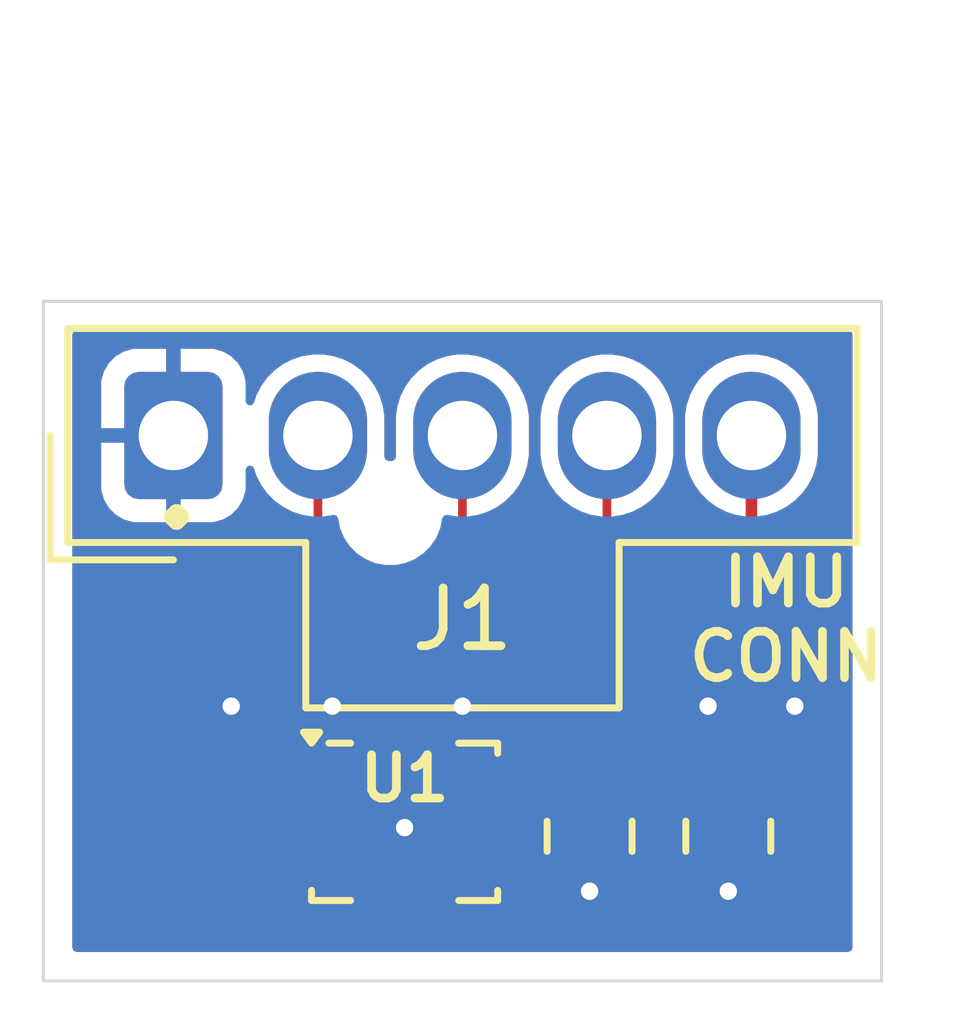
<source format=kicad_pcb>
(kicad_pcb (version 20240108) (generator "pcbnew") (generator_version "8.0")
  (layers (0 "F.Cu" signal) (31 "B.Cu" signal) (34 "B.Paste" user) (35 "F.Paste" user) (36 "B.SilkS" user "B.Silkscreen") (37 "F.SilkS" user "F.Silkscreen") (38 "B.Mask" user) (39 "F.Mask" user) (44 "Edge.Cuts" user))
  (net 0 "")
  (net 1 "/IMU_I2C_SCL")
  (net 2 "/IMU_I2C_SDA")
  (net 3 "GND")
  (net 4 "/IMU_INT")
  (net 8 "+3V3")
  (footprint "Connector_Molex:Molex_Nano-Fit_105309-xx05_1x05_P2.50mm_Vertical" (layer "F.Cu") (at 142 86.82 90)
    (property "Reference" "J1" (at -3.18 5 180) (layer "F.SilkS"))
    (property "Value" "Conn_01x05_Socket")
    (fp_line (start 0 -2.13) (end -2.15 -2.13) (stroke (width 0.12)) (layer "F.SilkS"))
    (fp_line (start -2.15 -2.13) (end -2.15 0) (stroke (width 0.12)) (layer "F.SilkS"))
    (fp_line (start 1.85 -1.83) (end -1.85 -1.83) (stroke (width 0.12)) (layer "F.SilkS"))
    (fp_line (start -1.85 -1.83) (end -1.85 2.29) (stroke (width 0.12)) (layer "F.SilkS"))
    (fp_line (start -1.85 2.29) (end -4.71 2.29) (stroke (width 0.12)) (layer "F.SilkS"))
    (fp_line (start -4.71 2.29) (end -4.71 5) (stroke (width 0.12)) (layer "F.SilkS"))
    (fp_line (start 1.85 5) (end 1.85 -1.83) (stroke (width 0.12)) (layer "F.SilkS"))
    (fp_line (start 1.85 5) (end 1.85 11.83) (stroke (width 0.12)) (layer "F.SilkS"))
    (fp_line (start -1.85 7.71) (end -4.71 7.71) (stroke (width 0.12)) (layer "F.SilkS"))
    (fp_line (start -4.71 7.71) (end -4.71 5) (stroke (width 0.12)) (layer "F.SilkS"))
    (fp_line (start 1.85 11.83) (end -1.85 11.83) (stroke (width 0.12)) (layer "F.SilkS"))
    (fp_line (start -1.85 11.83) (end -1.85 7.71) (stroke (width 0.12)) (layer "F.SilkS"))
    (pad "" np_thru_hole circle (at -1.34 3.75 90) (size 1.3 1.3) (drill 1.3) (layers "*.Cu" "*.Mask"))
    (pad "1" thru_hole roundrect (at 0 0 90) (size 2.2 1.7) (drill 1.2) (layers "*.Cu" "*.Mask") (roundrect_rratio 0.147059) (net 3 "GND"))
    (pad "2" thru_hole oval (at 0 2.5 90) (size 2.2 1.7) (drill 1.2) (layers "*.Cu" "*.Mask") (net 4 "/IMU_INT"))
    (pad "3" thru_hole oval (at 0 5 90) (size 2.2 1.7) (drill 1.2) (layers "*.Cu" "*.Mask") (net 2 "/IMU_I2C_SDA"))
    (pad "4" thru_hole oval (at 0 7.5 90) (size 2.2 1.7) (drill 1.2) (layers "*.Cu" "*.Mask") (net 1 "/IMU_I2C_SCL"))
    (pad "5" thru_hole oval (at 0 10 90) (size 2.2 1.7) (drill 1.2) (layers "*.Cu" "*.Mask") (net 8 "+3V3"))
  )
  (footprint "Capacitor_SMD:C_0805_2012Metric" (layer "F.Cu") (at 149.2 93.75 -90)
    (property "Reference" "C1" (hide yes))
    (property "Value" "100n")
    (fp_line (start -0.261252 0.735) (end 0.261252 0.735) (stroke (width 0.12)) (layer "F.SilkS"))
    (fp_line (start -0.261252 -0.735) (end 0.261252 -0.735) (stroke (width 0.12)) (layer "F.SilkS"))
    (pad "1" smd roundrect (at -0.95 0 270) (size 1 1.45) (layers "F.Cu" "F.Paste" "F.Mask") (net 8 "+3V3"))
    (pad "2" smd roundrect (at 0.95 0 270) (size 1 1.45) (layers "F.Cu" "F.Paste" "F.Mask") (net 3 "GND"))
  )
  (footprint "Capacitor_SMD:C_0805_2012Metric" (layer "F.Cu") (at 151.6 93.75 -90)
    (property "Reference" "C2" (hide yes))
    (property "Value" "100n")
    (fp_line (start -0.261252 0.735) (end 0.261252 0.735) (stroke (width 0.12)) (layer "F.SilkS"))
    (fp_line (start -0.261252 -0.735) (end 0.261252 -0.735) (stroke (width 0.12)) (layer "F.SilkS"))
    (pad "1" smd roundrect (at -0.95 0 270) (size 1 1.45) (layers "F.Cu" "F.Paste" "F.Mask") (net 8 "+3V3"))
    (pad "2" smd roundrect (at 0.95 0 270) (size 1 1.45) (layers "F.Cu" "F.Paste" "F.Mask") (net 3 "GND"))
  )
  (footprint "Package_LGA:LGA-14_3x2.5mm_P0.5mm_LayoutBorder3x4y" (layer "F.Cu") (at 146 93.5)
    (property "Reference" "U1" (at 0 -0.75 0) (layer "F.SilkS") (effects (font (size 0.75 0.75))))
    (property "Value" "LSM6DSL")
    (fp_line (start -1.61 1.36) (end -1.61 1.185) (stroke (width 0.12)) (layer "F.SilkS"))
    (fp_line (start -0.935 -1.36) (end -1.31 -1.36) (stroke (width 0.12)) (layer "F.SilkS"))
    (fp_line (start -0.935 1.36) (end -1.61 1.36) (stroke (width 0.12)) (layer "F.SilkS"))
    (fp_line (start 0.935 -1.36) (end 1.61 -1.36) (stroke (width 0.12)) (layer "F.SilkS"))
    (fp_line (start 0.935 1.36) (end 1.61 1.36) (stroke (width 0.12)) (layer "F.SilkS"))
    (fp_line (start 1.61 -1.36) (end 1.61 -1.185) (stroke (width 0.12)) (layer "F.SilkS"))
    (fp_line (start 1.61 1.36) (end 1.61 1.185) (stroke (width 0.12)) (layer "F.SilkS"))
    (fp_poly (pts (xy -1.61 -1.36) (xy -1.75 -1.55) (xy -1.47 -1.55) (xy -1.61 -1.36)) (stroke (width 0.12)) (fill solid) (layer "F.SilkS"))
    (pad "1" smd roundrect (at -1.1625 -0.75) (size 0.625 0.35) (layers "F.Cu" "F.Paste" "F.Mask") (net 3 "GND"))
    (pad "2" smd roundrect (at -1.1625 -0.25) (size 0.625 0.35) (layers "F.Cu" "F.Paste" "F.Mask") (net 3 "GND"))
    (pad "3" smd roundrect (at -1.1625 0.25) (size 0.625 0.35) (layers "F.Cu" "F.Paste" "F.Mask") (net 3 "GND"))
    (pad "4" smd roundrect (at -1.1625 0.75) (size 0.625 0.35) (layers "F.Cu" "F.Paste" "F.Mask") (net 4 "/IMU_INT"))
    (pad "5" smd roundrect (at -0.5 0.9125) (size 0.35 0.625) (layers "F.Cu" "F.Paste" "F.Mask") (net 8 "+3V3"))
    (pad "6" smd roundrect (at 0 0.9125) (size 0.35 0.625) (layers "F.Cu" "F.Paste" "F.Mask") (net 3 "GND"))
    (pad "7" smd roundrect (at 0.5 0.9125) (size 0.35 0.625) (layers "F.Cu" "F.Paste" "F.Mask") (net 3 "GND"))
    (pad "8" smd roundrect (at 1.1625 0.75) (size 0.625 0.35) (layers "F.Cu" "F.Paste" "F.Mask") (net 8 "+3V3"))
    (pad "9" smd roundrect (at 1.1625 0.25) (size 0.625 0.35) (layers "F.Cu" "F.Paste" "F.Mask"))
    (pad "10" smd roundrect (at 1.1625 -0.25) (size 0.625 0.35) (layers "F.Cu" "F.Paste" "F.Mask"))
    (pad "11" smd roundrect (at 1.1625 -0.75) (size 0.625 0.35) (layers "F.Cu" "F.Paste" "F.Mask"))
    (pad "12" smd roundrect (at 0.5 -0.9125) (size 0.35 0.625) (layers "F.Cu" "F.Paste" "F.Mask") (net 8 "+3V3"))
    (pad "13" smd roundrect (at 0 -0.9125) (size 0.35 0.625) (layers "F.Cu" "F.Paste" "F.Mask") (net 1 "/IMU_I2C_SCL"))
    (pad "14" smd roundrect (at -0.5 -0.9125) (size 0.35 0.625) (layers "F.Cu" "F.Paste" "F.Mask") (net 2 "/IMU_I2C_SDA"))
  )
  (gr_rect (start 139.75 84.5) (end 154.25 96.25) (stroke (width 0.05)) (fill none) (layer "Edge.Cuts"))
  (gr_text "IMU\nCONN" (at 152.6 90 0) (layer "F.SilkS") (effects (font (size 0.8 0.8) (thickness 0.15) (bold yes))))
  (gr_text "." (at 141.5 88.5 0) (layer "F.SilkS") (effects (font (size 1.5 1.5) (thickness 0.3) (bold yes)) (justify left bottom)))
  (segment (start 146 92.5875) (end 146 91.5) (width 0.15) (layer "F.Cu") (net 1))
  (segment (start 149.5 90) (end 149 90.5) (width 0.15) (layer "F.Cu") (net 1))
  (segment (start 149.5 86.82) (end 149.5 90) (width 0.15) (layer "F.Cu") (net 1))
  (segment (start 146 91.5) (end 147 90.5) (width 0.15) (layer "F.Cu") (net 1))
  (segment (start 147 90.5) (end 149 90.5) (width 0.15) (layer "F.Cu") (net 1))
  (segment (start 147 90) (end 147 86.82) (width 0.15) (layer "F.Cu") (net 2))
  (segment (start 145.5 92.5875) (end 145.5 91.5) (width 0.15) (layer "F.Cu") (net 2))
  (segment (start 145.5 91.5) (end 147 90) (width 0.15) (layer "F.Cu") (net 2))
  (segment (start 146.5 94.44) (end 146 94.44) (width 0.2) (layer "F.Cu") (net 3))
  (segment (start 145.85 93.75) (end 146 93.6) (width 0.15) (layer "F.Cu") (net 3))
  (segment (start 144.8375 93.75) (end 145.85 93.75) (width 0.15) (layer "F.Cu") (net 3))
  (segment (start 146 94.4125) (end 146 93.6) (width 0.15) (layer "F.Cu") (net 3))
  (segment (start 144.8375 93.7775) (end 144.8375 92.7775) (width 0.2) (layer "F.Cu") (net 3))
  (via (at 143 91.5) (size 0.6) (drill 0.3) (layers "F.Cu" "B.Cu") (net 3))
  (via (at 151.25 91.5) (size 0.6) (drill 0.3) (layers "F.Cu" "B.Cu") (net 3))
  (via (at 147 91.5) (size 0.6) (drill 0.3) (layers "F.Cu" "B.Cu") (net 3))
  (via (at 144.75 91.5) (size 0.6) (drill 0.3) (layers "F.Cu" "B.Cu") (net 3))
  (via (at 151.6 94.7) (size 0.6) (drill 0.3) (layers "F.Cu" "B.Cu") (net 3))
  (via (at 152.75 91.5) (size 0.6) (drill 0.3) (layers "F.Cu" "B.Cu") (net 3))
  (via (at 146 93.6) (size 0.6) (drill 0.3) (layers "F.Cu" "B.Cu") (net 3))
  (via (at 149.2 94.7) (size 0.6) (drill 0.3) (layers "F.Cu" "B.Cu") (net 3))
  (segment (start 144.8375 94.25) (end 144 94.25) (width 0.15) (layer "F.Cu") (net 4))
  (segment (start 144.5 89.25) (end 144.5 86.82) (width 0.15) (layer "F.Cu") (net 4))
  (segment (start 144 94.25) (end 143.75 94) (width 0.15) (layer "F.Cu") (net 4))
  (segment (start 143.75 90) (end 144.5 89.25) (width 0.15) (layer "F.Cu") (net 4))
  (segment (start 143.75 94) (end 143.75 90) (width 0.15) (layer "F.Cu") (net 4))
  (segment (start 147.1625 94.2775) (end 147.7025 94.2775) (width 0.2) (layer "F.Cu") (net 8))
  (segment (start 149.75 92.8) (end 151.5 92.8) (width 0.2) (layer "F.Cu") (net 8))
  (segment (start 145.5 94.4125) (end 145.5 95) (width 0.2) (layer "F.Cu") (net 8))
  (segment (start 147.8375 94.1425) (end 147.8375 92.75) (width 0.2) (layer "F.Cu") (net 8))
  (segment (start 145.5 95) (end 145.525 95.025) (width 0.2) (layer "F.Cu") (net 8))
  (segment (start 147.8875 92.8) (end 147.8375 92.75) (width 0.2) (layer "F.Cu") (net 8))
  (segment (start 147.75 92.25) (end 146.525001 92.25) (width 0.2) (layer "F.Cu") (net 8))
  (segment (start 145.525 95.025) (end 146.777932 95.025) (width 0.2) (layer "F.Cu") (net 8))
  (segment (start 149.75 92.8) (end 147.8875 92.8) (width 0.2) (layer "F.Cu") (net 8))
  (segment (start 146.5 92.275001) (end 146.5 92.5875) (width 0.2) (layer "F.Cu") (net 8))
  (segment (start 146.777932 95.025) (end 147.1625 94.640432) (width 0.2) (layer "F.Cu") (net 8))
  (segment (start 152 92) (end 152 92.8) (width 0.2) (layer "F.Cu") (net 8))
  (segment (start 152 92.3) (end 152 92) (width 0.2) (layer "F.Cu") (net 8))
  (segment (start 147.7025 94.2775) (end 147.8375 94.1425) (width 0.2) (layer "F.Cu") (net 8))
  (segment (start 147.1625 94.640432) (end 147.1625 94.2775) (width 0.2) (layer "F.Cu") (net 8))
  (segment (start 151.5 92.8) (end 152 92.8) (width 0.2) (layer "F.Cu") (net 8))
  (segment (start 152 92) (end 152 86.82) (width 0.2) (layer "F.Cu") (net 8))
  (segment (start 147.8375 92.75) (end 147.8375 92.3375) (width 0.2) (layer "F.Cu") (net 8))
  (segment (start 147.8375 92.3375) (end 147.75 92.25) (width 0.2) (layer "F.Cu") (net 8))
  (zone (net 3) (net_name "GND") (layers "F&B.Cu") (connect_pads (clearance 0.3)) (min_thickness 0.15) (fill yes (thermal_gap 0.4) (thermal_bridge_width 0.25))
    (polygon (pts (xy 139 84.030762) (xy 139 97) (xy 155 97) (xy 154.8 84.1)))
  )
)
</source>
